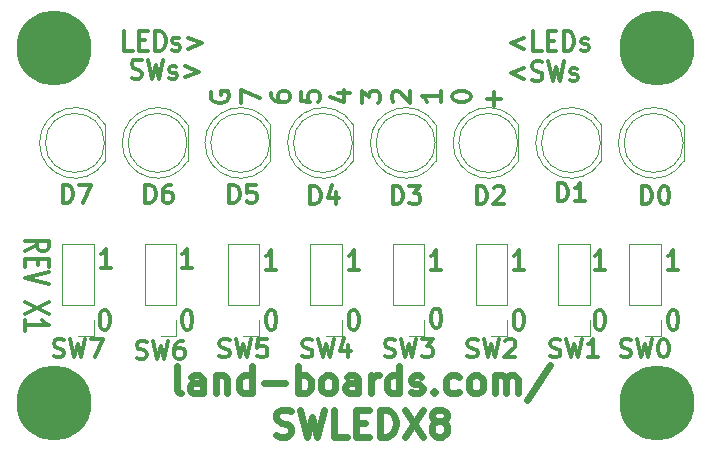
<source format=gbr>
%TF.GenerationSoftware,KiCad,Pcbnew,(6.0.1)*%
%TF.CreationDate,2022-05-23T13:46:20-04:00*%
%TF.ProjectId,SWLEDX8,53574c45-4458-4382-9e6b-696361645f70,X1*%
%TF.SameCoordinates,Original*%
%TF.FileFunction,Legend,Top*%
%TF.FilePolarity,Positive*%
%FSLAX46Y46*%
G04 Gerber Fmt 4.6, Leading zero omitted, Abs format (unit mm)*
G04 Created by KiCad (PCBNEW (6.0.1)) date 2022-05-23 13:46:20*
%MOMM*%
%LPD*%
G01*
G04 APERTURE LIST*
%ADD10C,0.304800*%
%ADD11C,0.571500*%
%ADD12C,0.120000*%
%ADD13C,6.350000*%
G04 APERTURE END LIST*
D10*
X56315428Y-26146880D02*
X56460571Y-26146880D01*
X56605714Y-26225500D01*
X56678285Y-26304119D01*
X56750857Y-26461357D01*
X56823428Y-26775833D01*
X56823428Y-27168928D01*
X56750857Y-27483404D01*
X56678285Y-27640642D01*
X56605714Y-27719261D01*
X56460571Y-27797880D01*
X56315428Y-27797880D01*
X56170285Y-27719261D01*
X56097714Y-27640642D01*
X56025142Y-27483404D01*
X55952571Y-27168928D01*
X55952571Y-26775833D01*
X56025142Y-26461357D01*
X56097714Y-26304119D01*
X56170285Y-26225500D01*
X56315428Y-26146880D01*
X8817428Y-22590880D02*
X7946571Y-22590880D01*
X8382000Y-22590880D02*
X8382000Y-20939880D01*
X8236857Y-21175738D01*
X8091714Y-21332976D01*
X7946571Y-21411595D01*
X22279428Y-26146880D02*
X22424571Y-26146880D01*
X22569714Y-26225500D01*
X22642285Y-26304119D01*
X22714857Y-26461357D01*
X22787428Y-26775833D01*
X22787428Y-27168928D01*
X22714857Y-27483404D01*
X22642285Y-27640642D01*
X22569714Y-27719261D01*
X22424571Y-27797880D01*
X22279428Y-27797880D01*
X22134285Y-27719261D01*
X22061714Y-27640642D01*
X21989142Y-27483404D01*
X21916571Y-27168928D01*
X21916571Y-26775833D01*
X21989142Y-26461357D01*
X22061714Y-26304119D01*
X22134285Y-26225500D01*
X22279428Y-26146880D01*
X36757428Y-22717880D02*
X35886571Y-22717880D01*
X36322000Y-22717880D02*
X36322000Y-21066880D01*
X36176857Y-21302738D01*
X36031714Y-21459976D01*
X35886571Y-21538595D01*
X29772428Y-22717880D02*
X28901571Y-22717880D01*
X29337000Y-22717880D02*
X29337000Y-21066880D01*
X29191857Y-21302738D01*
X29046714Y-21459976D01*
X28901571Y-21538595D01*
X10651308Y-4175880D02*
X9925594Y-4175880D01*
X9925594Y-2524880D01*
X11159308Y-3311071D02*
X11667308Y-3311071D01*
X11885022Y-4175880D02*
X11159308Y-4175880D01*
X11159308Y-2524880D01*
X11885022Y-2524880D01*
X12538165Y-4175880D02*
X12538165Y-2524880D01*
X12901022Y-2524880D01*
X13118737Y-2603500D01*
X13263879Y-2760738D01*
X13336451Y-2917976D01*
X13409022Y-3232452D01*
X13409022Y-3468309D01*
X13336451Y-3782785D01*
X13263879Y-3940023D01*
X13118737Y-4097261D01*
X12901022Y-4175880D01*
X12538165Y-4175880D01*
X13989594Y-4097261D02*
X14134737Y-4175880D01*
X14425022Y-4175880D01*
X14570165Y-4097261D01*
X14642737Y-3940023D01*
X14642737Y-3861404D01*
X14570165Y-3704166D01*
X14425022Y-3625547D01*
X14207308Y-3625547D01*
X14062165Y-3546928D01*
X13989594Y-3389690D01*
X13989594Y-3311071D01*
X14062165Y-3153833D01*
X14207308Y-3075214D01*
X14425022Y-3075214D01*
X14570165Y-3153833D01*
X15295879Y-3075214D02*
X16457022Y-3546928D01*
X15295879Y-4018642D01*
X15167428Y-26146880D02*
X15312571Y-26146880D01*
X15457714Y-26225500D01*
X15530285Y-26304119D01*
X15602857Y-26461357D01*
X15675428Y-26775833D01*
X15675428Y-27168928D01*
X15602857Y-27483404D01*
X15530285Y-27640642D01*
X15457714Y-27719261D01*
X15312571Y-27797880D01*
X15167428Y-27797880D01*
X15022285Y-27719261D01*
X14949714Y-27640642D01*
X14877142Y-27483404D01*
X14804571Y-27168928D01*
X14804571Y-26775833D01*
X14877142Y-26461357D01*
X14949714Y-26304119D01*
X15022285Y-26225500D01*
X15167428Y-26146880D01*
X43792120Y-3108214D02*
X42630977Y-3579928D01*
X43792120Y-4051642D01*
X45243548Y-4208880D02*
X44517834Y-4208880D01*
X44517834Y-2557880D01*
X45751548Y-3344071D02*
X46259548Y-3344071D01*
X46477262Y-4208880D02*
X45751548Y-4208880D01*
X45751548Y-2557880D01*
X46477262Y-2557880D01*
X47130405Y-4208880D02*
X47130405Y-2557880D01*
X47493262Y-2557880D01*
X47710977Y-2636500D01*
X47856120Y-2793738D01*
X47928691Y-2950976D01*
X48001262Y-3265452D01*
X48001262Y-3501309D01*
X47928691Y-3815785D01*
X47856120Y-3973023D01*
X47710977Y-4130261D01*
X47493262Y-4208880D01*
X47130405Y-4208880D01*
X48581834Y-4130261D02*
X48726977Y-4208880D01*
X49017262Y-4208880D01*
X49162405Y-4130261D01*
X49234977Y-3973023D01*
X49234977Y-3894404D01*
X49162405Y-3737166D01*
X49017262Y-3658547D01*
X48799548Y-3658547D01*
X48654405Y-3579928D01*
X48581834Y-3422690D01*
X48581834Y-3344071D01*
X48654405Y-3186833D01*
X48799548Y-3108214D01*
X49017262Y-3108214D01*
X49162405Y-3186833D01*
X50600428Y-22717880D02*
X49729571Y-22717880D01*
X50165000Y-22717880D02*
X50165000Y-21066880D01*
X50019857Y-21302738D01*
X49874714Y-21459976D01*
X49729571Y-21538595D01*
X43742428Y-22717880D02*
X42871571Y-22717880D01*
X43307000Y-22717880D02*
X43307000Y-21066880D01*
X43161857Y-21302738D01*
X43016714Y-21459976D01*
X42871571Y-21538595D01*
X15675428Y-22590880D02*
X14804571Y-22590880D01*
X15240000Y-22590880D02*
X15240000Y-20939880D01*
X15094857Y-21175738D01*
X14949714Y-21332976D01*
X14804571Y-21411595D01*
D11*
X14705571Y-33193912D02*
X14487857Y-33085055D01*
X14378999Y-32867341D01*
X14378999Y-30907912D01*
X16556142Y-33193912D02*
X16556142Y-31996484D01*
X16447285Y-31778770D01*
X16229571Y-31669912D01*
X15794142Y-31669912D01*
X15576428Y-31778770D01*
X16556142Y-33085055D02*
X16338428Y-33193912D01*
X15794142Y-33193912D01*
X15576428Y-33085055D01*
X15467571Y-32867341D01*
X15467571Y-32649627D01*
X15576428Y-32431912D01*
X15794142Y-32323055D01*
X16338428Y-32323055D01*
X16556142Y-32214198D01*
X17644714Y-31669912D02*
X17644714Y-33193912D01*
X17644714Y-31887627D02*
X17753571Y-31778770D01*
X17971285Y-31669912D01*
X18297857Y-31669912D01*
X18515571Y-31778770D01*
X18624428Y-31996484D01*
X18624428Y-33193912D01*
X20692714Y-33193912D02*
X20692714Y-30907912D01*
X20692714Y-33085055D02*
X20474999Y-33193912D01*
X20039571Y-33193912D01*
X19821857Y-33085055D01*
X19712999Y-32976198D01*
X19604142Y-32758484D01*
X19604142Y-32105341D01*
X19712999Y-31887627D01*
X19821857Y-31778770D01*
X20039571Y-31669912D01*
X20474999Y-31669912D01*
X20692714Y-31778770D01*
X21781285Y-32323055D02*
X23522999Y-32323055D01*
X24611571Y-33193912D02*
X24611571Y-30907912D01*
X24611571Y-31778770D02*
X24829285Y-31669912D01*
X25264714Y-31669912D01*
X25482428Y-31778770D01*
X25591285Y-31887627D01*
X25700142Y-32105341D01*
X25700142Y-32758484D01*
X25591285Y-32976198D01*
X25482428Y-33085055D01*
X25264714Y-33193912D01*
X24829285Y-33193912D01*
X24611571Y-33085055D01*
X27006428Y-33193912D02*
X26788714Y-33085055D01*
X26679857Y-32976198D01*
X26570999Y-32758484D01*
X26570999Y-32105341D01*
X26679857Y-31887627D01*
X26788714Y-31778770D01*
X27006428Y-31669912D01*
X27332999Y-31669912D01*
X27550714Y-31778770D01*
X27659571Y-31887627D01*
X27768428Y-32105341D01*
X27768428Y-32758484D01*
X27659571Y-32976198D01*
X27550714Y-33085055D01*
X27332999Y-33193912D01*
X27006428Y-33193912D01*
X29727857Y-33193912D02*
X29727857Y-31996484D01*
X29619000Y-31778770D01*
X29401285Y-31669912D01*
X28965857Y-31669912D01*
X28748142Y-31778770D01*
X29727857Y-33085055D02*
X29510142Y-33193912D01*
X28965857Y-33193912D01*
X28748142Y-33085055D01*
X28639285Y-32867341D01*
X28639285Y-32649627D01*
X28748142Y-32431912D01*
X28965857Y-32323055D01*
X29510142Y-32323055D01*
X29727857Y-32214198D01*
X30816428Y-33193912D02*
X30816428Y-31669912D01*
X30816428Y-32105341D02*
X30925285Y-31887627D01*
X31034142Y-31778770D01*
X31251857Y-31669912D01*
X31469571Y-31669912D01*
X33211285Y-33193912D02*
X33211285Y-30907912D01*
X33211285Y-33085055D02*
X32993571Y-33193912D01*
X32558142Y-33193912D01*
X32340428Y-33085055D01*
X32231571Y-32976198D01*
X32122714Y-32758484D01*
X32122714Y-32105341D01*
X32231571Y-31887627D01*
X32340428Y-31778770D01*
X32558142Y-31669912D01*
X32993571Y-31669912D01*
X33211285Y-31778770D01*
X34190999Y-33085055D02*
X34408714Y-33193912D01*
X34844142Y-33193912D01*
X35061857Y-33085055D01*
X35170714Y-32867341D01*
X35170714Y-32758484D01*
X35061857Y-32540770D01*
X34844142Y-32431912D01*
X34517571Y-32431912D01*
X34299857Y-32323055D01*
X34190999Y-32105341D01*
X34190999Y-31996484D01*
X34299857Y-31778770D01*
X34517571Y-31669912D01*
X34844142Y-31669912D01*
X35061857Y-31778770D01*
X36150428Y-32976198D02*
X36259285Y-33085055D01*
X36150428Y-33193912D01*
X36041571Y-33085055D01*
X36150428Y-32976198D01*
X36150428Y-33193912D01*
X38218714Y-33085055D02*
X38000999Y-33193912D01*
X37565571Y-33193912D01*
X37347857Y-33085055D01*
X37238999Y-32976198D01*
X37130142Y-32758484D01*
X37130142Y-32105341D01*
X37238999Y-31887627D01*
X37347857Y-31778770D01*
X37565571Y-31669912D01*
X38000999Y-31669912D01*
X38218714Y-31778770D01*
X39524999Y-33193912D02*
X39307285Y-33085055D01*
X39198428Y-32976198D01*
X39089571Y-32758484D01*
X39089571Y-32105341D01*
X39198428Y-31887627D01*
X39307285Y-31778770D01*
X39524999Y-31669912D01*
X39851571Y-31669912D01*
X40069285Y-31778770D01*
X40178142Y-31887627D01*
X40286999Y-32105341D01*
X40286999Y-32758484D01*
X40178142Y-32976198D01*
X40069285Y-33085055D01*
X39851571Y-33193912D01*
X39524999Y-33193912D01*
X41266714Y-33193912D02*
X41266714Y-31669912D01*
X41266714Y-31887627D02*
X41375571Y-31778770D01*
X41593285Y-31669912D01*
X41919857Y-31669912D01*
X42137571Y-31778770D01*
X42246428Y-31996484D01*
X42246428Y-33193912D01*
X42246428Y-31996484D02*
X42355285Y-31778770D01*
X42572999Y-31669912D01*
X42899571Y-31669912D01*
X43117285Y-31778770D01*
X43226142Y-31996484D01*
X43226142Y-33193912D01*
X45947571Y-30799055D02*
X43988142Y-33738198D01*
X22761000Y-36765515D02*
X23087571Y-36874372D01*
X23631857Y-36874372D01*
X23849571Y-36765515D01*
X23958428Y-36656658D01*
X24067285Y-36438944D01*
X24067285Y-36221230D01*
X23958428Y-36003515D01*
X23849571Y-35894658D01*
X23631857Y-35785801D01*
X23196428Y-35676944D01*
X22978714Y-35568087D01*
X22869857Y-35459230D01*
X22761000Y-35241515D01*
X22761000Y-35023801D01*
X22869857Y-34806087D01*
X22978714Y-34697230D01*
X23196428Y-34588372D01*
X23740714Y-34588372D01*
X24067285Y-34697230D01*
X24829285Y-34588372D02*
X25373571Y-36874372D01*
X25809000Y-35241515D01*
X26244428Y-36874372D01*
X26788714Y-34588372D01*
X28748142Y-36874372D02*
X27659571Y-36874372D01*
X27659571Y-34588372D01*
X29510142Y-35676944D02*
X30272142Y-35676944D01*
X30598714Y-36874372D02*
X29510142Y-36874372D01*
X29510142Y-34588372D01*
X30598714Y-34588372D01*
X31578428Y-36874372D02*
X31578428Y-34588372D01*
X32122714Y-34588372D01*
X32449285Y-34697230D01*
X32667000Y-34914944D01*
X32775857Y-35132658D01*
X32884714Y-35568087D01*
X32884714Y-35894658D01*
X32775857Y-36330087D01*
X32667000Y-36547801D01*
X32449285Y-36765515D01*
X32122714Y-36874372D01*
X31578428Y-36874372D01*
X33646714Y-34588372D02*
X35170714Y-36874372D01*
X35170714Y-34588372D02*
X33646714Y-36874372D01*
X36368142Y-35568087D02*
X36150428Y-35459230D01*
X36041571Y-35350372D01*
X35932714Y-35132658D01*
X35932714Y-35023801D01*
X36041571Y-34806087D01*
X36150428Y-34697230D01*
X36368142Y-34588372D01*
X36803571Y-34588372D01*
X37021285Y-34697230D01*
X37130142Y-34806087D01*
X37239000Y-35023801D01*
X37239000Y-35132658D01*
X37130142Y-35350372D01*
X37021285Y-35459230D01*
X36803571Y-35568087D01*
X36368142Y-35568087D01*
X36150428Y-35676944D01*
X36041571Y-35785801D01*
X35932714Y-36003515D01*
X35932714Y-36438944D01*
X36041571Y-36656658D01*
X36150428Y-36765515D01*
X36368142Y-36874372D01*
X36803571Y-36874372D01*
X37021285Y-36765515D01*
X37130142Y-36656658D01*
X37239000Y-36438944D01*
X37239000Y-36003515D01*
X37130142Y-35785801D01*
X37021285Y-35676944D01*
X36803571Y-35568087D01*
D10*
X43792120Y-5648214D02*
X42630977Y-6119928D01*
X43792120Y-6591642D01*
X44445262Y-6670261D02*
X44662977Y-6748880D01*
X45025834Y-6748880D01*
X45170977Y-6670261D01*
X45243548Y-6591642D01*
X45316120Y-6434404D01*
X45316120Y-6277166D01*
X45243548Y-6119928D01*
X45170977Y-6041309D01*
X45025834Y-5962690D01*
X44735548Y-5884071D01*
X44590405Y-5805452D01*
X44517834Y-5726833D01*
X44445262Y-5569595D01*
X44445262Y-5412357D01*
X44517834Y-5255119D01*
X44590405Y-5176500D01*
X44735548Y-5097880D01*
X45098405Y-5097880D01*
X45316120Y-5176500D01*
X45824120Y-5097880D02*
X46186977Y-6748880D01*
X46477262Y-5569595D01*
X46767548Y-6748880D01*
X47130405Y-5097880D01*
X47638405Y-6670261D02*
X47783548Y-6748880D01*
X48073834Y-6748880D01*
X48218977Y-6670261D01*
X48291548Y-6513023D01*
X48291548Y-6434404D01*
X48218977Y-6277166D01*
X48073834Y-6198547D01*
X47856120Y-6198547D01*
X47710977Y-6119928D01*
X47638405Y-5962690D01*
X47638405Y-5884071D01*
X47710977Y-5726833D01*
X47856120Y-5648214D01*
X48073834Y-5648214D01*
X48218977Y-5726833D01*
X10542451Y-6510261D02*
X10760165Y-6588880D01*
X11123022Y-6588880D01*
X11268165Y-6510261D01*
X11340737Y-6431642D01*
X11413308Y-6274404D01*
X11413308Y-6117166D01*
X11340737Y-5959928D01*
X11268165Y-5881309D01*
X11123022Y-5802690D01*
X10832737Y-5724071D01*
X10687594Y-5645452D01*
X10615022Y-5566833D01*
X10542451Y-5409595D01*
X10542451Y-5252357D01*
X10615022Y-5095119D01*
X10687594Y-5016500D01*
X10832737Y-4937880D01*
X11195594Y-4937880D01*
X11413308Y-5016500D01*
X11921308Y-4937880D02*
X12284165Y-6588880D01*
X12574451Y-5409595D01*
X12864737Y-6588880D01*
X13227594Y-4937880D01*
X13735594Y-6510261D02*
X13880737Y-6588880D01*
X14171022Y-6588880D01*
X14316165Y-6510261D01*
X14388737Y-6353023D01*
X14388737Y-6274404D01*
X14316165Y-6117166D01*
X14171022Y-6038547D01*
X13953308Y-6038547D01*
X13808165Y-5959928D01*
X13735594Y-5802690D01*
X13735594Y-5724071D01*
X13808165Y-5566833D01*
X13953308Y-5488214D01*
X14171022Y-5488214D01*
X14316165Y-5566833D01*
X15041880Y-5488214D02*
X16203022Y-5959928D01*
X15041880Y-6431642D01*
X8182428Y-26146880D02*
X8327571Y-26146880D01*
X8472714Y-26225500D01*
X8545285Y-26304119D01*
X8617857Y-26461357D01*
X8690428Y-26775833D01*
X8690428Y-27168928D01*
X8617857Y-27483404D01*
X8545285Y-27640642D01*
X8472714Y-27719261D01*
X8327571Y-27797880D01*
X8182428Y-27797880D01*
X8037285Y-27719261D01*
X7964714Y-27640642D01*
X7892142Y-27483404D01*
X7819571Y-27168928D01*
X7819571Y-26775833D01*
X7892142Y-26461357D01*
X7964714Y-26304119D01*
X8037285Y-26225500D01*
X8182428Y-26146880D01*
X56823428Y-22717880D02*
X55952571Y-22717880D01*
X56388000Y-22717880D02*
X56388000Y-21066880D01*
X56242857Y-21302738D01*
X56097714Y-21459976D01*
X55952571Y-21538595D01*
X17295813Y-7688096D02*
X17220217Y-7839286D01*
X17220217Y-8066072D01*
X17295813Y-8292858D01*
X17447003Y-8444048D01*
X17598193Y-8519643D01*
X17900574Y-8595239D01*
X18127360Y-8595239D01*
X18429741Y-8519643D01*
X18580932Y-8444048D01*
X18732122Y-8292858D01*
X18807717Y-8066072D01*
X18807717Y-7914881D01*
X18732122Y-7688096D01*
X18656527Y-7612500D01*
X18127360Y-7612500D01*
X18127360Y-7914881D01*
X19776092Y-8595239D02*
X19776092Y-7536905D01*
X21363592Y-8217262D01*
X22331967Y-7763691D02*
X22331967Y-8066072D01*
X22407563Y-8217262D01*
X22483158Y-8292858D01*
X22709943Y-8444048D01*
X23012324Y-8519643D01*
X23617086Y-8519643D01*
X23768277Y-8444048D01*
X23843872Y-8368453D01*
X23919467Y-8217262D01*
X23919467Y-7914881D01*
X23843872Y-7763691D01*
X23768277Y-7688096D01*
X23617086Y-7612500D01*
X23239110Y-7612500D01*
X23087920Y-7688096D01*
X23012324Y-7763691D01*
X22936729Y-7914881D01*
X22936729Y-8217262D01*
X23012324Y-8368453D01*
X23087920Y-8444048D01*
X23239110Y-8519643D01*
X24887842Y-7688096D02*
X24887842Y-8444048D01*
X25643795Y-8519643D01*
X25568199Y-8444048D01*
X25492604Y-8292858D01*
X25492604Y-7914881D01*
X25568199Y-7763691D01*
X25643795Y-7688096D01*
X25794985Y-7612500D01*
X26172961Y-7612500D01*
X26324152Y-7688096D01*
X26399747Y-7763691D01*
X26475342Y-7914881D01*
X26475342Y-8292858D01*
X26399747Y-8444048D01*
X26324152Y-8519643D01*
X27972884Y-7763691D02*
X29031217Y-7763691D01*
X27368122Y-8141667D02*
X28502051Y-8519643D01*
X28502051Y-7536905D01*
X29999592Y-8595239D02*
X29999592Y-7612500D01*
X30604354Y-8141667D01*
X30604354Y-7914881D01*
X30679949Y-7763691D01*
X30755545Y-7688096D01*
X30906735Y-7612500D01*
X31284711Y-7612500D01*
X31435902Y-7688096D01*
X31511497Y-7763691D01*
X31587092Y-7914881D01*
X31587092Y-8368453D01*
X31511497Y-8519643D01*
X31435902Y-8595239D01*
X32706658Y-8519643D02*
X32631063Y-8444048D01*
X32555467Y-8292858D01*
X32555467Y-7914881D01*
X32631063Y-7763691D01*
X32706658Y-7688096D01*
X32857848Y-7612500D01*
X33009039Y-7612500D01*
X33235824Y-7688096D01*
X34142967Y-8595239D01*
X34142967Y-7612500D01*
X36698842Y-7612500D02*
X36698842Y-8519643D01*
X36698842Y-8066072D02*
X35111342Y-8066072D01*
X35338128Y-8217262D01*
X35489318Y-8368453D01*
X35564914Y-8519643D01*
X37667217Y-8141667D02*
X37667217Y-7990477D01*
X37742813Y-7839286D01*
X37818408Y-7763691D01*
X37969598Y-7688096D01*
X38271979Y-7612500D01*
X38649955Y-7612500D01*
X38952336Y-7688096D01*
X39103527Y-7763691D01*
X39179122Y-7839286D01*
X39254717Y-7990477D01*
X39254717Y-8141667D01*
X39179122Y-8292858D01*
X39103527Y-8368453D01*
X38952336Y-8444048D01*
X38649955Y-8519643D01*
X38271979Y-8519643D01*
X37969598Y-8444048D01*
X37818408Y-8368453D01*
X37742813Y-8292858D01*
X37667217Y-8141667D01*
X41205830Y-8897620D02*
X41205830Y-7688096D01*
X41810592Y-8292858D02*
X40601068Y-8292858D01*
X22787428Y-22717880D02*
X21916571Y-22717880D01*
X22352000Y-22717880D02*
X22352000Y-21066880D01*
X22206857Y-21302738D01*
X22061714Y-21459976D01*
X21916571Y-21538595D01*
X36249428Y-26019880D02*
X36394571Y-26019880D01*
X36539714Y-26098500D01*
X36612285Y-26177119D01*
X36684857Y-26334357D01*
X36757428Y-26648833D01*
X36757428Y-27041928D01*
X36684857Y-27356404D01*
X36612285Y-27513642D01*
X36539714Y-27592261D01*
X36394571Y-27670880D01*
X36249428Y-27670880D01*
X36104285Y-27592261D01*
X36031714Y-27513642D01*
X35959142Y-27356404D01*
X35886571Y-27041928D01*
X35886571Y-26648833D01*
X35959142Y-26334357D01*
X36031714Y-26177119D01*
X36104285Y-26098500D01*
X36249428Y-26019880D01*
X29264428Y-26146880D02*
X29409571Y-26146880D01*
X29554714Y-26225500D01*
X29627285Y-26304119D01*
X29699857Y-26461357D01*
X29772428Y-26775833D01*
X29772428Y-27168928D01*
X29699857Y-27483404D01*
X29627285Y-27640642D01*
X29554714Y-27719261D01*
X29409571Y-27797880D01*
X29264428Y-27797880D01*
X29119285Y-27719261D01*
X29046714Y-27640642D01*
X28974142Y-27483404D01*
X28901571Y-27168928D01*
X28901571Y-26775833D01*
X28974142Y-26461357D01*
X29046714Y-26304119D01*
X29119285Y-26225500D01*
X29264428Y-26146880D01*
X1526761Y-21133142D02*
X2494380Y-20625142D01*
X1526761Y-20262285D02*
X3558761Y-20262285D01*
X3558761Y-20842857D01*
X3462000Y-20988000D01*
X3365238Y-21060571D01*
X3171714Y-21133142D01*
X2881428Y-21133142D01*
X2687904Y-21060571D01*
X2591142Y-20988000D01*
X2494380Y-20842857D01*
X2494380Y-20262285D01*
X2591142Y-21786285D02*
X2591142Y-22294285D01*
X1526761Y-22512000D02*
X1526761Y-21786285D01*
X3558761Y-21786285D01*
X3558761Y-22512000D01*
X3558761Y-22947428D02*
X1526761Y-23455428D01*
X3558761Y-23963428D01*
X3558761Y-25487428D02*
X1526761Y-26503428D01*
X3558761Y-26503428D02*
X1526761Y-25487428D01*
X1526761Y-27882285D02*
X1526761Y-27011428D01*
X1526761Y-27446857D02*
X3558761Y-27446857D01*
X3268476Y-27301714D01*
X3074952Y-27156571D01*
X2978190Y-27011428D01*
X43234428Y-26146880D02*
X43379571Y-26146880D01*
X43524714Y-26225500D01*
X43597285Y-26304119D01*
X43669857Y-26461357D01*
X43742428Y-26775833D01*
X43742428Y-27168928D01*
X43669857Y-27483404D01*
X43597285Y-27640642D01*
X43524714Y-27719261D01*
X43379571Y-27797880D01*
X43234428Y-27797880D01*
X43089285Y-27719261D01*
X43016714Y-27640642D01*
X42944142Y-27483404D01*
X42871571Y-27168928D01*
X42871571Y-26775833D01*
X42944142Y-26461357D01*
X43016714Y-26304119D01*
X43089285Y-26225500D01*
X43234428Y-26146880D01*
X50092428Y-26146880D02*
X50237571Y-26146880D01*
X50382714Y-26225500D01*
X50455285Y-26304119D01*
X50527857Y-26461357D01*
X50600428Y-26775833D01*
X50600428Y-27168928D01*
X50527857Y-27483404D01*
X50455285Y-27640642D01*
X50382714Y-27719261D01*
X50237571Y-27797880D01*
X50092428Y-27797880D01*
X49947285Y-27719261D01*
X49874714Y-27640642D01*
X49802142Y-27483404D01*
X49729571Y-27168928D01*
X49729571Y-26775833D01*
X49802142Y-26461357D01*
X49874714Y-26304119D01*
X49947285Y-26225500D01*
X50092428Y-26146880D01*
%TO.C,D0*%
X53739142Y-17199428D02*
X53739142Y-15675428D01*
X54102000Y-15675428D01*
X54319714Y-15748000D01*
X54464857Y-15893142D01*
X54537428Y-16038285D01*
X54610000Y-16328571D01*
X54610000Y-16546285D01*
X54537428Y-16836571D01*
X54464857Y-16981714D01*
X54319714Y-17126857D01*
X54102000Y-17199428D01*
X53739142Y-17199428D01*
X55553428Y-15675428D02*
X55698571Y-15675428D01*
X55843714Y-15748000D01*
X55916285Y-15820571D01*
X55988857Y-15965714D01*
X56061428Y-16256000D01*
X56061428Y-16618857D01*
X55988857Y-16909142D01*
X55916285Y-17054285D01*
X55843714Y-17126857D01*
X55698571Y-17199428D01*
X55553428Y-17199428D01*
X55408285Y-17126857D01*
X55335714Y-17054285D01*
X55263142Y-16909142D01*
X55190571Y-16618857D01*
X55190571Y-16256000D01*
X55263142Y-15965714D01*
X55335714Y-15820571D01*
X55408285Y-15748000D01*
X55553428Y-15675428D01*
%TO.C,D1*%
X46627142Y-16945428D02*
X46627142Y-15421428D01*
X46990000Y-15421428D01*
X47207714Y-15494000D01*
X47352857Y-15639142D01*
X47425428Y-15784285D01*
X47498000Y-16074571D01*
X47498000Y-16292285D01*
X47425428Y-16582571D01*
X47352857Y-16727714D01*
X47207714Y-16872857D01*
X46990000Y-16945428D01*
X46627142Y-16945428D01*
X48949428Y-16945428D02*
X48078571Y-16945428D01*
X48514000Y-16945428D02*
X48514000Y-15421428D01*
X48368857Y-15639142D01*
X48223714Y-15784285D01*
X48078571Y-15856857D01*
%TO.C,D2*%
X39769142Y-17199428D02*
X39769142Y-15675428D01*
X40132000Y-15675428D01*
X40349714Y-15748000D01*
X40494857Y-15893142D01*
X40567428Y-16038285D01*
X40640000Y-16328571D01*
X40640000Y-16546285D01*
X40567428Y-16836571D01*
X40494857Y-16981714D01*
X40349714Y-17126857D01*
X40132000Y-17199428D01*
X39769142Y-17199428D01*
X41220571Y-15820571D02*
X41293142Y-15748000D01*
X41438285Y-15675428D01*
X41801142Y-15675428D01*
X41946285Y-15748000D01*
X42018857Y-15820571D01*
X42091428Y-15965714D01*
X42091428Y-16110857D01*
X42018857Y-16328571D01*
X41148000Y-17199428D01*
X42091428Y-17199428D01*
%TO.C,D3*%
X32657142Y-17199428D02*
X32657142Y-15675428D01*
X33020000Y-15675428D01*
X33237714Y-15748000D01*
X33382857Y-15893142D01*
X33455428Y-16038285D01*
X33528000Y-16328571D01*
X33528000Y-16546285D01*
X33455428Y-16836571D01*
X33382857Y-16981714D01*
X33237714Y-17126857D01*
X33020000Y-17199428D01*
X32657142Y-17199428D01*
X34036000Y-15675428D02*
X34979428Y-15675428D01*
X34471428Y-16256000D01*
X34689142Y-16256000D01*
X34834285Y-16328571D01*
X34906857Y-16401142D01*
X34979428Y-16546285D01*
X34979428Y-16909142D01*
X34906857Y-17054285D01*
X34834285Y-17126857D01*
X34689142Y-17199428D01*
X34253714Y-17199428D01*
X34108571Y-17126857D01*
X34036000Y-17054285D01*
%TO.C,D4*%
X25672142Y-17199428D02*
X25672142Y-15675428D01*
X26035000Y-15675428D01*
X26252714Y-15748000D01*
X26397857Y-15893142D01*
X26470428Y-16038285D01*
X26543000Y-16328571D01*
X26543000Y-16546285D01*
X26470428Y-16836571D01*
X26397857Y-16981714D01*
X26252714Y-17126857D01*
X26035000Y-17199428D01*
X25672142Y-17199428D01*
X27849285Y-16183428D02*
X27849285Y-17199428D01*
X27486428Y-15602857D02*
X27123571Y-16691428D01*
X28067000Y-16691428D01*
%TO.C,D5*%
X18814142Y-17072428D02*
X18814142Y-15548428D01*
X19177000Y-15548428D01*
X19394714Y-15621000D01*
X19539857Y-15766142D01*
X19612428Y-15911285D01*
X19685000Y-16201571D01*
X19685000Y-16419285D01*
X19612428Y-16709571D01*
X19539857Y-16854714D01*
X19394714Y-16999857D01*
X19177000Y-17072428D01*
X18814142Y-17072428D01*
X21063857Y-15548428D02*
X20338142Y-15548428D01*
X20265571Y-16274142D01*
X20338142Y-16201571D01*
X20483285Y-16129000D01*
X20846142Y-16129000D01*
X20991285Y-16201571D01*
X21063857Y-16274142D01*
X21136428Y-16419285D01*
X21136428Y-16782142D01*
X21063857Y-16927285D01*
X20991285Y-16999857D01*
X20846142Y-17072428D01*
X20483285Y-17072428D01*
X20338142Y-16999857D01*
X20265571Y-16927285D01*
%TO.C,D6*%
X11702142Y-17072428D02*
X11702142Y-15548428D01*
X12065000Y-15548428D01*
X12282714Y-15621000D01*
X12427857Y-15766142D01*
X12500428Y-15911285D01*
X12573000Y-16201571D01*
X12573000Y-16419285D01*
X12500428Y-16709571D01*
X12427857Y-16854714D01*
X12282714Y-16999857D01*
X12065000Y-17072428D01*
X11702142Y-17072428D01*
X13879285Y-15548428D02*
X13589000Y-15548428D01*
X13443857Y-15621000D01*
X13371285Y-15693571D01*
X13226142Y-15911285D01*
X13153571Y-16201571D01*
X13153571Y-16782142D01*
X13226142Y-16927285D01*
X13298714Y-16999857D01*
X13443857Y-17072428D01*
X13734142Y-17072428D01*
X13879285Y-16999857D01*
X13951857Y-16927285D01*
X14024428Y-16782142D01*
X14024428Y-16419285D01*
X13951857Y-16274142D01*
X13879285Y-16201571D01*
X13734142Y-16129000D01*
X13443857Y-16129000D01*
X13298714Y-16201571D01*
X13226142Y-16274142D01*
X13153571Y-16419285D01*
%TO.C,D7*%
X4717142Y-17072428D02*
X4717142Y-15548428D01*
X5080000Y-15548428D01*
X5297714Y-15621000D01*
X5442857Y-15766142D01*
X5515428Y-15911285D01*
X5588000Y-16201571D01*
X5588000Y-16419285D01*
X5515428Y-16709571D01*
X5442857Y-16854714D01*
X5297714Y-16999857D01*
X5080000Y-17072428D01*
X4717142Y-17072428D01*
X6096000Y-15548428D02*
X7112000Y-15548428D01*
X6458857Y-17072428D01*
%TO.C,SW0*%
X51943000Y-30080857D02*
X52160714Y-30153428D01*
X52523571Y-30153428D01*
X52668714Y-30080857D01*
X52741285Y-30008285D01*
X52813857Y-29863142D01*
X52813857Y-29718000D01*
X52741285Y-29572857D01*
X52668714Y-29500285D01*
X52523571Y-29427714D01*
X52233285Y-29355142D01*
X52088142Y-29282571D01*
X52015571Y-29210000D01*
X51943000Y-29064857D01*
X51943000Y-28919714D01*
X52015571Y-28774571D01*
X52088142Y-28702000D01*
X52233285Y-28629428D01*
X52596142Y-28629428D01*
X52813857Y-28702000D01*
X53321857Y-28629428D02*
X53684714Y-30153428D01*
X53975000Y-29064857D01*
X54265285Y-30153428D01*
X54628142Y-28629428D01*
X55499000Y-28629428D02*
X55644142Y-28629428D01*
X55789285Y-28702000D01*
X55861857Y-28774571D01*
X55934428Y-28919714D01*
X56007000Y-29210000D01*
X56007000Y-29572857D01*
X55934428Y-29863142D01*
X55861857Y-30008285D01*
X55789285Y-30080857D01*
X55644142Y-30153428D01*
X55499000Y-30153428D01*
X55353857Y-30080857D01*
X55281285Y-30008285D01*
X55208714Y-29863142D01*
X55136142Y-29572857D01*
X55136142Y-29210000D01*
X55208714Y-28919714D01*
X55281285Y-28774571D01*
X55353857Y-28702000D01*
X55499000Y-28629428D01*
%TO.C,SW1*%
X45968000Y-30080857D02*
X46185714Y-30153428D01*
X46548571Y-30153428D01*
X46693714Y-30080857D01*
X46766285Y-30008285D01*
X46838857Y-29863142D01*
X46838857Y-29718000D01*
X46766285Y-29572857D01*
X46693714Y-29500285D01*
X46548571Y-29427714D01*
X46258285Y-29355142D01*
X46113142Y-29282571D01*
X46040571Y-29210000D01*
X45968000Y-29064857D01*
X45968000Y-28919714D01*
X46040571Y-28774571D01*
X46113142Y-28702000D01*
X46258285Y-28629428D01*
X46621142Y-28629428D01*
X46838857Y-28702000D01*
X47346857Y-28629428D02*
X47709714Y-30153428D01*
X48000000Y-29064857D01*
X48290285Y-30153428D01*
X48653142Y-28629428D01*
X50032000Y-30153428D02*
X49161142Y-30153428D01*
X49596571Y-30153428D02*
X49596571Y-28629428D01*
X49451428Y-28847142D01*
X49306285Y-28992285D01*
X49161142Y-29064857D01*
%TO.C,SW2*%
X38968000Y-30080857D02*
X39185714Y-30153428D01*
X39548571Y-30153428D01*
X39693714Y-30080857D01*
X39766285Y-30008285D01*
X39838857Y-29863142D01*
X39838857Y-29718000D01*
X39766285Y-29572857D01*
X39693714Y-29500285D01*
X39548571Y-29427714D01*
X39258285Y-29355142D01*
X39113142Y-29282571D01*
X39040571Y-29210000D01*
X38968000Y-29064857D01*
X38968000Y-28919714D01*
X39040571Y-28774571D01*
X39113142Y-28702000D01*
X39258285Y-28629428D01*
X39621142Y-28629428D01*
X39838857Y-28702000D01*
X40346857Y-28629428D02*
X40709714Y-30153428D01*
X41000000Y-29064857D01*
X41290285Y-30153428D01*
X41653142Y-28629428D01*
X42161142Y-28774571D02*
X42233714Y-28702000D01*
X42378857Y-28629428D01*
X42741714Y-28629428D01*
X42886857Y-28702000D01*
X42959428Y-28774571D01*
X43032000Y-28919714D01*
X43032000Y-29064857D01*
X42959428Y-29282571D01*
X42088571Y-30153428D01*
X43032000Y-30153428D01*
%TO.C,SW3*%
X31968000Y-30080857D02*
X32185714Y-30153428D01*
X32548571Y-30153428D01*
X32693714Y-30080857D01*
X32766285Y-30008285D01*
X32838857Y-29863142D01*
X32838857Y-29718000D01*
X32766285Y-29572857D01*
X32693714Y-29500285D01*
X32548571Y-29427714D01*
X32258285Y-29355142D01*
X32113142Y-29282571D01*
X32040571Y-29210000D01*
X31968000Y-29064857D01*
X31968000Y-28919714D01*
X32040571Y-28774571D01*
X32113142Y-28702000D01*
X32258285Y-28629428D01*
X32621142Y-28629428D01*
X32838857Y-28702000D01*
X33346857Y-28629428D02*
X33709714Y-30153428D01*
X34000000Y-29064857D01*
X34290285Y-30153428D01*
X34653142Y-28629428D01*
X35088571Y-28629428D02*
X36032000Y-28629428D01*
X35524000Y-29210000D01*
X35741714Y-29210000D01*
X35886857Y-29282571D01*
X35959428Y-29355142D01*
X36032000Y-29500285D01*
X36032000Y-29863142D01*
X35959428Y-30008285D01*
X35886857Y-30080857D01*
X35741714Y-30153428D01*
X35306285Y-30153428D01*
X35161142Y-30080857D01*
X35088571Y-30008285D01*
%TO.C,SW4*%
X24968000Y-30080857D02*
X25185714Y-30153428D01*
X25548571Y-30153428D01*
X25693714Y-30080857D01*
X25766285Y-30008285D01*
X25838857Y-29863142D01*
X25838857Y-29718000D01*
X25766285Y-29572857D01*
X25693714Y-29500285D01*
X25548571Y-29427714D01*
X25258285Y-29355142D01*
X25113142Y-29282571D01*
X25040571Y-29210000D01*
X24968000Y-29064857D01*
X24968000Y-28919714D01*
X25040571Y-28774571D01*
X25113142Y-28702000D01*
X25258285Y-28629428D01*
X25621142Y-28629428D01*
X25838857Y-28702000D01*
X26346857Y-28629428D02*
X26709714Y-30153428D01*
X27000000Y-29064857D01*
X27290285Y-30153428D01*
X27653142Y-28629428D01*
X28886857Y-29137428D02*
X28886857Y-30153428D01*
X28524000Y-28556857D02*
X28161142Y-29645428D01*
X29104571Y-29645428D01*
%TO.C,SW5*%
X17968000Y-30080857D02*
X18185714Y-30153428D01*
X18548571Y-30153428D01*
X18693714Y-30080857D01*
X18766285Y-30008285D01*
X18838857Y-29863142D01*
X18838857Y-29718000D01*
X18766285Y-29572857D01*
X18693714Y-29500285D01*
X18548571Y-29427714D01*
X18258285Y-29355142D01*
X18113142Y-29282571D01*
X18040571Y-29210000D01*
X17968000Y-29064857D01*
X17968000Y-28919714D01*
X18040571Y-28774571D01*
X18113142Y-28702000D01*
X18258285Y-28629428D01*
X18621142Y-28629428D01*
X18838857Y-28702000D01*
X19346857Y-28629428D02*
X19709714Y-30153428D01*
X20000000Y-29064857D01*
X20290285Y-30153428D01*
X20653142Y-28629428D01*
X21959428Y-28629428D02*
X21233714Y-28629428D01*
X21161142Y-29355142D01*
X21233714Y-29282571D01*
X21378857Y-29210000D01*
X21741714Y-29210000D01*
X21886857Y-29282571D01*
X21959428Y-29355142D01*
X22032000Y-29500285D01*
X22032000Y-29863142D01*
X21959428Y-30008285D01*
X21886857Y-30080857D01*
X21741714Y-30153428D01*
X21378857Y-30153428D01*
X21233714Y-30080857D01*
X21161142Y-30008285D01*
%TO.C,SW6*%
X10968000Y-30207857D02*
X11185714Y-30280428D01*
X11548571Y-30280428D01*
X11693714Y-30207857D01*
X11766285Y-30135285D01*
X11838857Y-29990142D01*
X11838857Y-29845000D01*
X11766285Y-29699857D01*
X11693714Y-29627285D01*
X11548571Y-29554714D01*
X11258285Y-29482142D01*
X11113142Y-29409571D01*
X11040571Y-29337000D01*
X10968000Y-29191857D01*
X10968000Y-29046714D01*
X11040571Y-28901571D01*
X11113142Y-28829000D01*
X11258285Y-28756428D01*
X11621142Y-28756428D01*
X11838857Y-28829000D01*
X12346857Y-28756428D02*
X12709714Y-30280428D01*
X13000000Y-29191857D01*
X13290285Y-30280428D01*
X13653142Y-28756428D01*
X14886857Y-28756428D02*
X14596571Y-28756428D01*
X14451428Y-28829000D01*
X14378857Y-28901571D01*
X14233714Y-29119285D01*
X14161142Y-29409571D01*
X14161142Y-29990142D01*
X14233714Y-30135285D01*
X14306285Y-30207857D01*
X14451428Y-30280428D01*
X14741714Y-30280428D01*
X14886857Y-30207857D01*
X14959428Y-30135285D01*
X15032000Y-29990142D01*
X15032000Y-29627285D01*
X14959428Y-29482142D01*
X14886857Y-29409571D01*
X14741714Y-29337000D01*
X14451428Y-29337000D01*
X14306285Y-29409571D01*
X14233714Y-29482142D01*
X14161142Y-29627285D01*
%TO.C,SW7*%
X3937000Y-30080857D02*
X4154714Y-30153428D01*
X4517571Y-30153428D01*
X4662714Y-30080857D01*
X4735285Y-30008285D01*
X4807857Y-29863142D01*
X4807857Y-29718000D01*
X4735285Y-29572857D01*
X4662714Y-29500285D01*
X4517571Y-29427714D01*
X4227285Y-29355142D01*
X4082142Y-29282571D01*
X4009571Y-29210000D01*
X3937000Y-29064857D01*
X3937000Y-28919714D01*
X4009571Y-28774571D01*
X4082142Y-28702000D01*
X4227285Y-28629428D01*
X4590142Y-28629428D01*
X4807857Y-28702000D01*
X5315857Y-28629428D02*
X5678714Y-30153428D01*
X5969000Y-29064857D01*
X6259285Y-30153428D01*
X6622142Y-28629428D01*
X7057571Y-28629428D02*
X8073571Y-28629428D01*
X7420428Y-30153428D01*
D12*
%TO.C,D0*%
X57290000Y-13545000D02*
X57290000Y-10455000D01*
X57290000Y-10455170D02*
G75*
G03*
X51740000Y-12000462I-2560000J-1544830D01*
G01*
X51740000Y-11999538D02*
G75*
G03*
X57290000Y-13544830I2990000J-462D01*
G01*
X57230000Y-12000000D02*
G75*
G03*
X57230000Y-12000000I-2500000J0D01*
G01*
%TO.C,D1*%
X50290000Y-13545000D02*
X50290000Y-10455000D01*
X50290000Y-10455170D02*
G75*
G03*
X44740000Y-12000462I-2560000J-1544830D01*
G01*
X44740000Y-11999538D02*
G75*
G03*
X50290000Y-13544830I2990000J-462D01*
G01*
X50230000Y-12000000D02*
G75*
G03*
X50230000Y-12000000I-2500000J0D01*
G01*
%TO.C,D2*%
X43290000Y-13545000D02*
X43290000Y-10455000D01*
X37740000Y-11999538D02*
G75*
G03*
X43290000Y-13544830I2990000J-462D01*
G01*
X43290000Y-10455170D02*
G75*
G03*
X37740000Y-12000462I-2560000J-1544830D01*
G01*
X43230000Y-12000000D02*
G75*
G03*
X43230000Y-12000000I-2500000J0D01*
G01*
%TO.C,D3*%
X36290000Y-13545000D02*
X36290000Y-10455000D01*
X30740000Y-11999538D02*
G75*
G03*
X36290000Y-13544830I2990000J-462D01*
G01*
X36290000Y-10455170D02*
G75*
G03*
X30740000Y-12000462I-2560000J-1544830D01*
G01*
X36230000Y-12000000D02*
G75*
G03*
X36230000Y-12000000I-2500000J0D01*
G01*
%TO.C,D4*%
X29290000Y-13545000D02*
X29290000Y-10455000D01*
X29290000Y-10455170D02*
G75*
G03*
X23740000Y-12000462I-2560000J-1544830D01*
G01*
X23740000Y-11999538D02*
G75*
G03*
X29290000Y-13544830I2990000J-462D01*
G01*
X29230000Y-12000000D02*
G75*
G03*
X29230000Y-12000000I-2500000J0D01*
G01*
%TO.C,D5*%
X22290000Y-13545000D02*
X22290000Y-10455000D01*
X16740000Y-11999538D02*
G75*
G03*
X22290000Y-13544830I2990000J-462D01*
G01*
X22290000Y-10455170D02*
G75*
G03*
X16740000Y-12000462I-2560000J-1544830D01*
G01*
X22230000Y-12000000D02*
G75*
G03*
X22230000Y-12000000I-2500000J0D01*
G01*
%TO.C,D6*%
X15290000Y-13545000D02*
X15290000Y-10455000D01*
X9740000Y-11999538D02*
G75*
G03*
X15290000Y-13544830I2990000J-462D01*
G01*
X15290000Y-10455170D02*
G75*
G03*
X9740000Y-12000462I-2560000J-1544830D01*
G01*
X15230000Y-12000000D02*
G75*
G03*
X15230000Y-12000000I-2500000J0D01*
G01*
%TO.C,D7*%
X8290000Y-13545000D02*
X8290000Y-10455000D01*
X8290000Y-10455170D02*
G75*
G03*
X2740000Y-12000462I-2560000J-1544830D01*
G01*
X2740000Y-11999538D02*
G75*
G03*
X8290000Y-13544830I2990000J-462D01*
G01*
X8230000Y-12000000D02*
G75*
G03*
X8230000Y-12000000I-2500000J0D01*
G01*
%TO.C,SW0*%
X55330000Y-28330000D02*
X54000000Y-28330000D01*
X52670000Y-25730000D02*
X55330000Y-25730000D01*
X52670000Y-20590000D02*
X52670000Y-25730000D01*
X55330000Y-27000000D02*
X55330000Y-28330000D01*
X55330000Y-25730000D02*
X55330000Y-20590000D01*
X55330000Y-20590000D02*
X52670000Y-20590000D01*
%TO.C,SW1*%
X49330000Y-25730000D02*
X49330000Y-20590000D01*
X49330000Y-27000000D02*
X49330000Y-28330000D01*
X46670000Y-20590000D02*
X46670000Y-25730000D01*
X49330000Y-20590000D02*
X46670000Y-20590000D01*
X46670000Y-25730000D02*
X49330000Y-25730000D01*
X49330000Y-28330000D02*
X48000000Y-28330000D01*
%TO.C,SW2*%
X42330000Y-27000000D02*
X42330000Y-28330000D01*
X39670000Y-25730000D02*
X42330000Y-25730000D01*
X42330000Y-28330000D02*
X41000000Y-28330000D01*
X39670000Y-20590000D02*
X39670000Y-25730000D01*
X42330000Y-20590000D02*
X39670000Y-20590000D01*
X42330000Y-25730000D02*
X42330000Y-20590000D01*
%TO.C,SW3*%
X35330000Y-27000000D02*
X35330000Y-28330000D01*
X32670000Y-20590000D02*
X32670000Y-25730000D01*
X35330000Y-25730000D02*
X35330000Y-20590000D01*
X35330000Y-20590000D02*
X32670000Y-20590000D01*
X35330000Y-28330000D02*
X34000000Y-28330000D01*
X32670000Y-25730000D02*
X35330000Y-25730000D01*
%TO.C,SW4*%
X25670000Y-25730000D02*
X28330000Y-25730000D01*
X25670000Y-20590000D02*
X25670000Y-25730000D01*
X28330000Y-20590000D02*
X25670000Y-20590000D01*
X28330000Y-25730000D02*
X28330000Y-20590000D01*
X28330000Y-27000000D02*
X28330000Y-28330000D01*
X28330000Y-28330000D02*
X27000000Y-28330000D01*
%TO.C,SW5*%
X18670000Y-20590000D02*
X18670000Y-25730000D01*
X21330000Y-20590000D02*
X18670000Y-20590000D01*
X21330000Y-27000000D02*
X21330000Y-28330000D01*
X21330000Y-25730000D02*
X21330000Y-20590000D01*
X18670000Y-25730000D02*
X21330000Y-25730000D01*
X21330000Y-28330000D02*
X20000000Y-28330000D01*
%TO.C,SW6*%
X11670000Y-20590000D02*
X11670000Y-25730000D01*
X14330000Y-20590000D02*
X11670000Y-20590000D01*
X14330000Y-25730000D02*
X14330000Y-20590000D01*
X14330000Y-27000000D02*
X14330000Y-28330000D01*
X14330000Y-28330000D02*
X13000000Y-28330000D01*
X11670000Y-25730000D02*
X14330000Y-25730000D01*
%TO.C,SW7*%
X7330000Y-27000000D02*
X7330000Y-28330000D01*
X7330000Y-20590000D02*
X4670000Y-20590000D01*
X7330000Y-25730000D02*
X7330000Y-20590000D01*
X4670000Y-20590000D02*
X4670000Y-25730000D01*
X4670000Y-25730000D02*
X7330000Y-25730000D01*
X7330000Y-28330000D02*
X6000000Y-28330000D01*
%TD*%
D13*
%TO.C,MTG?1*%
X55000000Y-34000000D03*
%TD*%
%TO.C,MTG1*%
X55000000Y-4000000D03*
%TD*%
%TO.C,MTG2*%
X4000000Y-4000000D03*
%TD*%
%TO.C,MTG3*%
X4000000Y-34000000D03*
%TD*%
M02*

</source>
